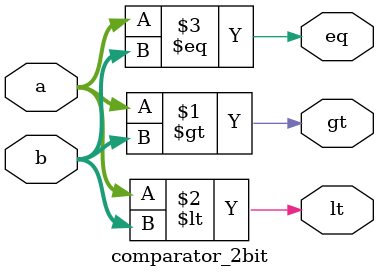
<source format=v>
module comparator_2bit(input [1:0] a, input [1:0] b, output gt, output lt, output eq);
assign gt = (a > b);
assign lt = (a < b);
assign eq = (a == b);
endmodule
</source>
